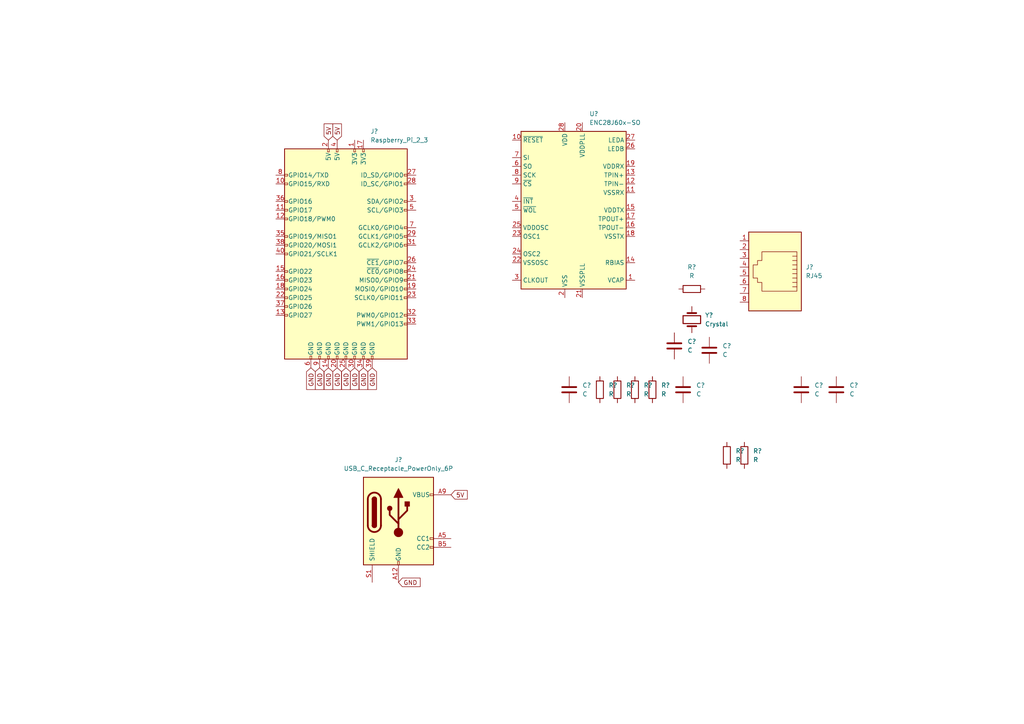
<source format=kicad_sch>
(kicad_sch (version 20211123) (generator eeschema)
  (paper "A4")
  (lib_symbols
    (symbol "Connector:RJ45" (pin_names (offset 1.016))
      (property "Reference" "J" (at -5.08 13.97 0))
      (property "Value" "RJ45" (at 2.54 13.97 0))
      (symbol "RJ45_0_1"
        (polyline (pts (xy -5.08 4.445) (xy -6.35 4.445)))
        (polyline (pts (xy -5.08 5.715) (xy -6.35 5.715)))
        (polyline (pts (xy -6.35 -3.175) (xy -5.08 -3.175) (xy -5.08 -3.175)))
        (polyline (pts (xy -6.35 -1.905) (xy -5.08 -1.905) (xy -5.08 -1.905)))
        (polyline (pts (xy -6.35 -0.635) (xy -5.08 -0.635) (xy -5.08 -0.635)))
        (polyline (pts (xy -6.35 0.635) (xy -5.08 0.635) (xy -5.08 0.635)))
        (polyline (pts (xy -6.35 1.905) (xy -5.08 1.905) (xy -5.08 1.905)))
        (polyline (pts (xy -5.08 3.175) (xy -6.35 3.175) (xy -6.35 3.175)))
        (polyline (pts (xy -6.35 -4.445) (xy -6.35 6.985) (xy 3.81 6.985) (xy 3.81 4.445) (xy 5.08 4.445) (xy 5.08 3.175) (xy 6.35 3.175) (xy 6.35 -0.635) (xy 5.08 -0.635) (xy 5.08 -1.905) (xy 3.81 -1.905) (xy 3.81 -4.445) (xy -6.35 -4.445) (xy -6.35 -4.445)))
        (rectangle (start 7.62 12.7) (end -7.62 -10.16) (stroke (width 0.254)) (fill (type background)))
      )
      (symbol "RJ45_1_1"
        (pin passive line (at 10.16 -7.62 180) (length 2.54) (name "~") (number "1"))
        (pin passive line (at 10.16 -5.08 180) (length 2.54) (name "~") (number "2"))
        (pin passive line (at 10.16 -2.54 180) (length 2.54) (name "~") (number "3"))
        (pin passive line (at 10.16 0 180) (length 2.54) (name "~") (number "4"))
        (pin passive line (at 10.16 2.54 180) (length 2.54) (name "~") (number "5"))
        (pin passive line (at 10.16 5.08 180) (length 2.54) (name "~") (number "6"))
        (pin passive line (at 10.16 7.62 180) (length 2.54) (name "~") (number "7"))
        (pin passive line (at 10.16 10.16 180) (length 2.54) (name "~") (number "8"))
      )
    )
    (symbol "Connector:Raspberry_Pi_2_3" (pin_names (offset 1.016))
      (property "Reference" "J" (at -17.78 31.75 0))
      (property "Value" "Raspberry_Pi_2_3" (at 10.16 -31.75 0))
      (symbol "Raspberry_Pi_2_3_0_1"
        (rectangle (start -17.78 30.48) (end 17.78 -30.48) (stroke (width 0.254)) (fill (type background)))
      )
      (symbol "Raspberry_Pi_2_3_1_1"
        (rectangle (start -16.891 -17.526) (end -17.78 -18.034))
        (rectangle (start -16.891 -14.986) (end -17.78 -15.494))
        (rectangle (start -16.891 -12.446) (end -17.78 -12.954))
        (rectangle (start -16.891 -9.906) (end -17.78 -10.414))
        (rectangle (start -16.891 -7.366) (end -17.78 -7.874))
        (rectangle (start -16.891 -4.826) (end -17.78 -5.334))
        (rectangle (start -16.891 0.254) (end -17.78 -0.254))
        (rectangle (start -16.891 2.794) (end -17.78 2.286))
        (rectangle (start -16.891 5.334) (end -17.78 4.826))
        (rectangle (start -16.891 10.414) (end -17.78 9.906))
        (rectangle (start -16.891 12.954) (end -17.78 12.446))
        (rectangle (start -16.891 15.494) (end -17.78 14.986))
        (rectangle (start -16.891 20.574) (end -17.78 20.066))
        (rectangle (start -16.891 23.114) (end -17.78 22.606))
        (rectangle (start -10.414 -29.591) (end -9.906 -30.48))
        (rectangle (start -7.874 -29.591) (end -7.366 -30.48))
        (rectangle (start -5.334 -29.591) (end -4.826 -30.48))
        (rectangle (start -5.334 30.48) (end -4.826 29.591))
        (rectangle (start -2.794 -29.591) (end -2.286 -30.48))
        (rectangle (start -2.794 30.48) (end -2.286 29.591))
        (rectangle (start -0.254 -29.591) (end 0.254 -30.48))
        (rectangle (start 2.286 -29.591) (end 2.794 -30.48))
        (rectangle (start 2.286 30.48) (end 2.794 29.591))
        (rectangle (start 4.826 -29.591) (end 5.334 -30.48))
        (rectangle (start 4.826 30.48) (end 5.334 29.591))
        (rectangle (start 7.366 -29.591) (end 7.874 -30.48))
        (rectangle (start 17.78 -20.066) (end 16.891 -20.574))
        (rectangle (start 17.78 -17.526) (end 16.891 -18.034))
        (rectangle (start 17.78 -12.446) (end 16.891 -12.954))
        (rectangle (start 17.78 -9.906) (end 16.891 -10.414))
        (rectangle (start 17.78 -7.366) (end 16.891 -7.874))
        (rectangle (start 17.78 -4.826) (end 16.891 -5.334))
        (rectangle (start 17.78 -2.286) (end 16.891 -2.794))
        (rectangle (start 17.78 2.794) (end 16.891 2.286))
        (rectangle (start 17.78 5.334) (end 16.891 4.826))
        (rectangle (start 17.78 7.874) (end 16.891 7.366))
        (rectangle (start 17.78 12.954) (end 16.891 12.446))
        (rectangle (start 17.78 15.494) (end 16.891 14.986))
        (rectangle (start 17.78 20.574) (end 16.891 20.066))
        (rectangle (start 17.78 23.114) (end 16.891 22.606))
        (pin power_in line (at 2.54 33.02 270) (length 2.54) (name "3V3") (number "1"))
        (pin bidirectional line (at -20.32 20.32 0) (length 2.54) (name "GPIO15/RXD") (number "10"))
        (pin bidirectional line (at -20.32 12.7 0) (length 2.54) (name "GPIO17") (number "11"))
        (pin bidirectional line (at -20.32 10.16 0) (length 2.54) (name "GPIO18/PWM0") (number "12"))
        (pin bidirectional line (at -20.32 -17.78 0) (length 2.54) (name "GPIO27") (number "13"))
        (pin power_in line (at -5.08 -33.02 90) (length 2.54) (name "GND") (number "14"))
        (pin bidirectional line (at -20.32 -5.08 0) (length 2.54) (name "GPIO22") (number "15"))
        (pin bidirectional line (at -20.32 -7.62 0) (length 2.54) (name "GPIO23") (number "16"))
        (pin power_in line (at 5.08 33.02 270) (length 2.54) (name "3V3") (number "17"))
        (pin bidirectional line (at -20.32 -10.16 0) (length 2.54) (name "GPIO24") (number "18"))
        (pin bidirectional line (at 20.32 -10.16 180) (length 2.54) (name "MOSI0/GPIO10") (number "19"))
        (pin power_in line (at -5.08 33.02 270) (length 2.54) (name "5V") (number "2"))
        (pin power_in line (at -2.54 -33.02 90) (length 2.54) (name "GND") (number "20"))
        (pin bidirectional line (at 20.32 -7.62 180) (length 2.54) (name "MISO0/GPIO9") (number "21"))
        (pin bidirectional line (at -20.32 -12.7 0) (length 2.54) (name "GPIO25") (number "22"))
        (pin bidirectional line (at 20.32 -12.7 180) (length 2.54) (name "SCLK0/GPIO11") (number "23"))
        (pin bidirectional line (at 20.32 -5.08 180) (length 2.54) (name "~{CE0}/GPIO8") (number "24"))
        (pin power_in line (at 0 -33.02 90) (length 2.54) (name "GND") (number "25"))
        (pin bidirectional line (at 20.32 -2.54 180) (length 2.54) (name "~{CE1}/GPIO7") (number "26"))
        (pin bidirectional line (at 20.32 22.86 180) (length 2.54) (name "ID_SD/GPIO0") (number "27"))
        (pin bidirectional line (at 20.32 20.32 180) (length 2.54) (name "ID_SC/GPIO1") (number "28"))
        (pin bidirectional line (at 20.32 5.08 180) (length 2.54) (name "GCLK1/GPIO5") (number "29"))
        (pin bidirectional line (at 20.32 15.24 180) (length 2.54) (name "SDA/GPIO2") (number "3"))
        (pin power_in line (at 2.54 -33.02 90) (length 2.54) (name "GND") (number "30"))
        (pin bidirectional line (at 20.32 2.54 180) (length 2.54) (name "GCLK2/GPIO6") (number "31"))
        (pin bidirectional line (at 20.32 -17.78 180) (length 2.54) (name "PWM0/GPIO12") (number "32"))
        (pin bidirectional line (at 20.32 -20.32 180) (length 2.54) (name "PWM1/GPIO13") (number "33"))
        (pin power_in line (at 5.08 -33.02 90) (length 2.54) (name "GND") (number "34"))
        (pin bidirectional line (at -20.32 5.08 0) (length 2.54) (name "GPIO19/MISO1") (number "35"))
        (pin bidirectional line (at -20.32 15.24 0) (length 2.54) (name "GPIO16") (number "36"))
        (pin bidirectional line (at -20.32 -15.24 0) (length 2.54) (name "GPIO26") (number "37"))
        (pin bidirectional line (at -20.32 2.54 0) (length 2.54) (name "GPIO20/MOSI1") (number "38"))
        (pin power_in line (at 7.62 -33.02 90) (length 2.54) (name "GND") (number "39"))
        (pin power_in line (at -2.54 33.02 270) (length 2.54) (name "5V") (number "4"))
        (pin bidirectional line (at -20.32 0 0) (length 2.54) (name "GPIO21/SCLK1") (number "40"))
        (pin bidirectional line (at 20.32 12.7 180) (length 2.54) (name "SCL/GPIO3") (number "5"))
        (pin power_in line (at -10.16 -33.02 90) (length 2.54) (name "GND") (number "6"))
        (pin bidirectional line (at 20.32 7.62 180) (length 2.54) (name "GCLK0/GPIO4") (number "7"))
        (pin bidirectional line (at -20.32 22.86 0) (length 2.54) (name "GPIO14/TXD") (number "8"))
        (pin power_in line (at -7.62 -33.02 90) (length 2.54) (name "GND") (number "9"))
      )
    )
    (symbol "Connector:USB_C_Receptacle_PowerOnly_6P" (pin_names (offset 1.016))
      (property "Reference" "J" (at 0 16.51 0))
      (property "Value" "USB_C_Receptacle_PowerOnly_6P" (at 0 13.97 0))
      (symbol "USB_C_Receptacle_PowerOnly_6P_0_0"
        (rectangle (start -0.254 -12.7) (end 0.254 -11.684))
        (rectangle (start 10.16 -7.366) (end 9.144 -7.874))
        (rectangle (start 10.16 -4.826) (end 9.144 -5.334))
        (rectangle (start 10.16 7.874) (end 9.144 7.366))
      )
      (symbol "USB_C_Receptacle_PowerOnly_6P_0_1"
        (rectangle (start -10.16 12.7) (end 10.16 -12.7) (stroke (width 0.254)) (fill (type background)))
        (arc (start -8.89 -1.27) (mid -6.985 -3.175) (end -5.08 -1.27) (stroke (width 0.508)))
        (arc (start -7.62 -1.27) (mid -6.985 -1.905) (end -6.35 -1.27) (stroke (width 0.254)))
        (arc (start -7.62 -1.27) (mid -6.985 -1.905) (end -6.35 -1.27) (stroke (width 0.254)) (fill (type outline)))
        (rectangle (start -7.62 -1.27) (end -6.35 6.35) (stroke (width 0.254)) (fill (type outline)))
        (arc (start -6.35 6.35) (mid -6.985 6.985) (end -7.62 6.35) (stroke (width 0.254)))
        (arc (start -6.35 6.35) (mid -6.985 6.985) (end -7.62 6.35) (stroke (width 0.254)) (fill (type outline)))
        (arc (start -5.08 6.35) (mid -6.985 8.255) (end -8.89 6.35) (stroke (width 0.508)))
        (circle (center -2.54 3.683) (radius 0.635) (stroke (width 0.254)) (fill (type outline)))
        (circle (center 0 -3.302) (radius 1.27) (fill (type outline)))
        (polyline (pts (xy -8.89 -1.27) (xy -8.89 6.35)) (stroke (width 0.508)))
        (polyline (pts (xy -5.08 6.35) (xy -5.08 -1.27)) (stroke (width 0.508)))
        (polyline (pts (xy 0 -3.302) (xy 0 6.858)) (stroke (width 0.508)))
        (polyline (pts (xy 0 -0.762) (xy -2.54 1.778) (xy -2.54 3.048)) (stroke (width 0.508)))
        (polyline (pts (xy 0 0.508) (xy 2.54 3.048) (xy 2.54 4.318)) (stroke (width 0.508)))
        (polyline (pts (xy -1.27 6.858) (xy 0 9.398) (xy 1.27 6.858) (xy -1.27 6.858)) (stroke (width 0.254)) (fill (type outline)))
        (rectangle (start 1.905 4.318) (end 3.175 5.588) (stroke (width 0.254)) (fill (type outline)))
      )
      (symbol "USB_C_Receptacle_PowerOnly_6P_1_1"
        (pin passive line (at 0 -17.78 90) (length 5.08) (name "GND") (number "A12"))
        (pin bidirectional line (at 15.24 -5.08 180) (length 5.08) (name "CC1") (number "A5"))
        (pin passive line (at 15.24 7.62 180) (length 5.08) (name "VBUS") (number "A9"))
        (pin passive line (at 0 -17.78 90) (length 5.08) hide (name "GND") (number "B12"))
        (pin bidirectional line (at 15.24 -7.62 180) (length 5.08) (name "CC2") (number "B5"))
        (pin passive line (at 15.24 7.62 180) (length 5.08) hide (name "VBUS") (number "B9"))
        (pin passive line (at -7.62 -17.78 90) (length 5.08) (name "SHIELD") (number "S1"))
      )
    )
    (symbol "Device:C" (pin_numbers hide) (pin_names (offset 0.254))
      (property "Reference" "C" (at 0.635 2.54 0))
      (property "Value" "C" (at 0.635 -2.54 0))
      (symbol "C_0_1"
        (polyline (pts (xy -2.032 -0.762) (xy 2.032 -0.762)) (stroke (width 0.508)))
        (polyline (pts (xy -2.032 0.762) (xy 2.032 0.762)) (stroke (width 0.508)))
      )
      (symbol "C_1_1"
        (pin passive line (at 0 3.81 270) (length 2.794) (name "~") (number "1"))
        (pin passive line (at 0 -3.81 90) (length 2.794) (name "~") (number "2"))
      )
    )
    (symbol "Device:Crystal" (pin_numbers hide) (pin_names (offset 1.016) hide)
      (property "Reference" "Y" (at 0 3.81 0))
      (property "Value" "Crystal" (at 0 -3.81 0))
      (symbol "Crystal_0_1"
        (rectangle (start -1.143 2.54) (end 1.143 -2.54) (stroke (width 0.3048)))
        (polyline (pts (xy -2.54 0) (xy -1.905 0)))
        (polyline (pts (xy -1.905 -1.27) (xy -1.905 1.27)) (stroke (width 0.508)))
        (polyline (pts (xy 1.905 -1.27) (xy 1.905 1.27)) (stroke (width 0.508)))
        (polyline (pts (xy 2.54 0) (xy 1.905 0)))
      )
      (symbol "Crystal_1_1"
        (pin passive line (at -3.81 0 0) (length 1.27) (name "1") (number "1"))
        (pin passive line (at 3.81 0 180) (length 1.27) (name "2") (number "2"))
      )
    )
    (symbol "Device:R" (pin_numbers hide) (pin_names (offset 0))
      (property "Reference" "R" (at 2.032 0 90))
      (property "Value" "R" (at 0 0 90))
      (symbol "R_0_1"
        (rectangle (start -1.016 -2.54) (end 1.016 2.54) (stroke (width 0.254)))
      )
      (symbol "R_1_1"
        (pin passive line (at 0 3.81 270) (length 1.27) (name "~") (number "1"))
        (pin passive line (at 0 -3.81 90) (length 1.27) (name "~") (number "2"))
      )
    )
    (symbol "Interface_Ethernet:ENC28J60x-SO"
      (property "Reference" "U" (at -13.97 24.13 0))
      (property "Value" "ENC28J60x-SO" (at 5.08 24.13 0))
      (symbol "ENC28J60x-SO_0_1"
        (rectangle (start -15.24 22.86) (end 15.24 -22.86) (stroke (width 0.254)) (fill (type background)))
      )
      (symbol "ENC28J60x-SO_1_1"
        (pin input line (at 17.78 -20.32 180) (length 2.54) (name "VCAP") (number "1"))
        (pin input line (at -17.78 20.32 0) (length 2.54) (name "~{RESET}") (number "10"))
        (pin power_in line (at 17.78 5.08 180) (length 2.54) (name "VSSRX") (number "11"))
        (pin input line (at 17.78 7.62 180) (length 2.54) (name "TPIN-") (number "12"))
        (pin input line (at 17.78 10.16 180) (length 2.54) (name "TPIN+") (number "13"))
        (pin input line (at 17.78 -15.24 180) (length 2.54) (name "RBIAS") (number "14"))
        (pin power_in line (at 17.78 0 180) (length 2.54) (name "VDDTX") (number "15"))
        (pin output line (at 17.78 -5.08 180) (length 2.54) (name "TPOUT-") (number "16"))
        (pin output line (at 17.78 -2.54 180) (length 2.54) (name "TPOUT+") (number "17"))
        (pin power_in line (at 17.78 -7.62 180) (length 2.54) (name "VSSTX") (number "18"))
        (pin power_in line (at 17.78 12.7 180) (length 2.54) (name "VDDRX") (number "19"))
        (pin power_in line (at -2.54 -25.4 90) (length 2.54) (name "VSS") (number "2"))
        (pin power_in line (at 2.54 25.4 270) (length 2.54) (name "VDDPLL") (number "20"))
        (pin power_in line (at 2.54 -25.4 90) (length 2.54) (name "VSSPLL") (number "21"))
        (pin power_in line (at -17.78 -15.24 0) (length 2.54) (name "VSSOSC") (number "22"))
        (pin input line (at -17.78 -7.62 0) (length 2.54) (name "OSC1") (number "23"))
        (pin input line (at -17.78 -12.7 0) (length 2.54) (name "OSC2") (number "24"))
        (pin power_in line (at -17.78 -5.08 0) (length 2.54) (name "VDDOSC") (number "25"))
        (pin output line (at 17.78 17.78 180) (length 2.54) (name "LEDB") (number "26"))
        (pin output line (at 17.78 20.32 180) (length 2.54) (name "LEDA") (number "27"))
        (pin power_in line (at -2.54 25.4 270) (length 2.54) (name "VDD") (number "28"))
        (pin output line (at -17.78 -20.32 0) (length 2.54) (name "CLKOUT") (number "3"))
        (pin output line (at -17.78 2.54 0) (length 2.54) (name "~{INT}") (number "4"))
        (pin output line (at -17.78 0 0) (length 2.54) (name "~{WOL}") (number "5"))
        (pin output line (at -17.78 12.7 0) (length 2.54) (name "SO") (number "6"))
        (pin input line (at -17.78 15.24 0) (length 2.54) (name "SI") (number "7"))
        (pin input line (at -17.78 10.16 0) (length 2.54) (name "SCK") (number "8"))
        (pin input line (at -17.78 7.62 0) (length 2.54) (name "~{CS}") (number "9"))
      )
    )
  )
  (global_label "GND" (shape input) (at 107.95 106.68 270) (property "Intersheet References" "${INTERSHEET_REFS}" (effects hide)))
  (global_label "GND" (shape input) (at 105.41 106.68 270) (property "Intersheet References" "${INTERSHEET_REFS}" (effects hide)))
  (global_label "GND" (shape input) (at 100.33 106.68 270) (property "Intersheet References" "${INTERSHEET_REFS}" (effects hide)))
  (global_label "5V" (shape input) (at 130.81 143.51 0) (property "Intersheet References" "${INTERSHEET_REFS}" (effects hide)))
  (global_label "5V" (shape input) (at 95.25 40.64 90) (property "Intersheet References" "${INTERSHEET_REFS}" (effects hide)))
  (global_label "GND" (shape input) (at 92.71 106.68 270) (property "Intersheet References" "${INTERSHEET_REFS}" (effects hide)))
  (global_label "GND" (shape input) (at 95.25 106.68 270) (property "Intersheet References" "${INTERSHEET_REFS}" (effects hide)))
  (global_label "GND" (shape input) (at 90.17 106.68 270) (property "Intersheet References" "${INTERSHEET_REFS}" (effects hide)))
  (global_label "5V" (shape input) (at 97.79 40.64 90) (property "Intersheet References" "${INTERSHEET_REFS}" (effects hide)))
  (global_label "GND" (shape input) (at 102.87 106.68 270) (property "Intersheet References" "${INTERSHEET_REFS}" (effects hide)))
  (global_label "GND" (shape input) (at 115.57 168.91 0) (property "Intersheet References" "${INTERSHEET_REFS}" (effects hide)))
  (global_label "GND" (shape input) (at 97.79 106.68 270) (property "Intersheet References" "${INTERSHEET_REFS}" (effects hide)))
  (symbol (lib_id "Device:Crystal") (at 200.66 92.71 90) (unit 1)
    (property "Reference" "Y?" (at 204.47 91.4399 90) (effects (justify right)))
    (property "Value" "Crystal" (at 204.47 93.9799 90) (effects (justify right)))
    (property "Footprint" "Crystal:Crystal_HC33-U_Vertical" (effects hide))
  )
  (symbol (lib_id "Device:R") (at 200.66 83.82 90) (unit 1)
    (property "Reference" "R?" (at 200.66 77.47 90))
    (property "Value" "R" (at 200.66 80.01 90))
    (property "Footprint" "Resistor_SMD:R_0201_0603Metric" (effects hide))
  )
  (symbol (lib_id "Device:C") (at 198.12 113.03 0) (unit 1)
    (property "Reference" "C?" (at 201.93 111.7599 0) (effects (justify left)))
    (property "Value" "C" (at 201.93 114.2999 0) (effects (justify left)))
    (property "Footprint" "Capacitor_SMD:C_0201_0603Metric" (effects hide))
  )
  (symbol (lib_id "Device:R") (at 189.23 113.03 0) (unit 1)
    (property "Reference" "R?" (at 191.77 111.7599 0) (effects (justify left)))
    (property "Value" "R" (at 191.77 114.2999 0) (effects (justify left)))
    (property "Footprint" "Resistor_SMD:R_0201_0603Metric" (effects hide))
  )
  (symbol (lib_id "Device:R") (at 173.99 113.03 0) (unit 1)
    (property "Reference" "R?" (at 176.53 111.7599 0) (effects (justify left)))
    (property "Value" "R" (at 176.53 114.2999 0) (effects (justify left)))
    (property "Footprint" "Resistor_SMD:R_0201_0603Metric" (effects hide))
  )
  (symbol (lib_id "Device:C") (at 195.58 100.33 0) (unit 1)
    (property "Reference" "C?" (at 199.39 99.0599 0) (effects (justify left)))
    (property "Value" "C" (at 199.39 101.5999 0) (effects (justify left)))
    (property "Footprint" "Capacitor_SMD:C_0201_0603Metric" (effects hide))
  )
  (symbol (lib_id "Device:R") (at 215.9 132.08 0) (unit 1)
    (property "Reference" "R?" (at 218.44 130.8099 0) (effects (justify left)))
    (property "Value" "R" (at 218.44 133.3499 0) (effects (justify left)))
    (property "Footprint" "Resistor_SMD:R_0201_0603Metric" (effects hide))
  )
  (symbol (lib_id "Device:C") (at 165.1 113.03 0) (unit 1)
    (property "Reference" "C?" (at 168.91 111.7599 0) (effects (justify left)))
    (property "Value" "C" (at 168.91 114.2999 0) (effects (justify left)))
    (property "Footprint" "Capacitor_SMD:C_0201_0603Metric" (effects hide))
  )
  (symbol (lib_id "Device:C") (at 242.57 113.03 0) (unit 1)
    (property "Reference" "C?" (at 246.38 111.7599 0) (effects (justify left)))
    (property "Value" "C" (at 246.38 114.2999 0) (effects (justify left)))
    (property "Footprint" "Capacitor_SMD:C_0201_0603Metric" (effects hide))
  )
  (symbol (lib_id "Device:R") (at 210.82 132.08 0) (unit 1)
    (property "Reference" "R?" (at 213.36 130.8099 0) (effects (justify left)))
    (property "Value" "R" (at 213.36 133.3499 0) (effects (justify left)))
    (property "Footprint" "Resistor_SMD:R_0201_0603Metric" (effects hide))
  )
  (symbol (lib_id "Device:C") (at 232.41 113.03 0) (unit 1)
    (property "Reference" "C?" (at 236.22 111.7599 0) (effects (justify left)))
    (property "Value" "C" (at 236.22 114.2999 0) (effects (justify left)))
    (property "Footprint" "Capacitor_SMD:C_0201_0603Metric" (effects hide))
  )
  (symbol (lib_id "Connector:USB_C_Receptacle_PowerOnly_6P") (at 115.57 151.13 0) (unit 1)
    (property "Reference" "J?" (at 115.57 133.35 0))
    (property "Value" "USB_C_Receptacle_PowerOnly_6P" (at 115.57 135.89 0))
    (property "Datasheet" "https://www.usb.org/sites/default/files/documents/usb_type-c.zip" (effects hide))
  )
  (symbol (lib_id "Interface_Ethernet:ENC28J60x-SO") (at 166.37 60.96 0) (unit 1)
    (property "Reference" "U?" (at 170.9294 33.02 0) (effects (justify left)))
    (property "Value" "ENC28J60x-SO" (at 170.9294 35.56 0) (effects (justify left)))
    (property "Footprint" "Package_SO:SOIC-28W_7.5x17.9mm_P1.27mm" (effects hide))
    (property "Datasheet" "http://ww1.microchip.com/downloads/en/devicedoc/39662e.pdf" (effects hide))
  )
  (symbol (lib_id "Connector:Raspberry_Pi_2_3") (at 100.33 73.66 0) (unit 1)
    (property "Reference" "J?" (at 107.4294 38.1 0) (effects (justify left)))
    (property "Value" "Raspberry_Pi_2_3" (at 107.4294 40.64 0) (effects (justify left)))
    (property "Footprint" "Connector_PinSocket_2.54mm:PinSocket_2x20_P2.54mm_Vertical" (effects hide))
    (property "Datasheet" "https://www.raspberrypi.org/documentation/hardware/raspberrypi/schematics/rpi_SCH_3bplus_1p0_reduced.pdf" (effects hide))
  )
  (symbol (lib_id "Device:R") (at 184.15 113.03 0) (unit 1)
    (property "Reference" "R?" (at 186.69 111.7599 0) (effects (justify left)))
    (property "Value" "R" (at 186.69 114.2999 0) (effects (justify left)))
    (property "Footprint" "Resistor_SMD:R_0201_0603Metric" (effects hide))
  )
  (symbol (lib_id "Device:C") (at 205.74 101.6 0) (unit 1)
    (property "Reference" "C?" (at 209.55 100.3299 0) (effects (justify left)))
    (property "Value" "C" (at 209.55 102.8699 0) (effects (justify left)))
    (property "Footprint" "Capacitor_SMD:C_0201_0603Metric" (effects hide))
  )
  (symbol (lib_id "Device:R") (at 179.07 113.03 0) (unit 1)
    (property "Reference" "R?" (at 181.61 111.7599 0) (effects (justify left)))
    (property "Value" "R" (at 181.61 114.2999 0) (effects (justify left)))
    (property "Footprint" "Resistor_SMD:R_0201_0603Metric" (effects hide))
  )
  (symbol (lib_id "Connector:RJ45") (at 224.79 77.47 180) (unit 1)
    (property "Reference" "J?" (at 233.68 77.4699 0) (effects (justify right)))
    (property "Value" "RJ45" (at 233.68 80.0099 0) (effects (justify right)))
    (property "Footprint" "Connector_RJ:RJ45_Amphenol_54602-x08_Horizontal" (effects hide))
  )
)
</source>
